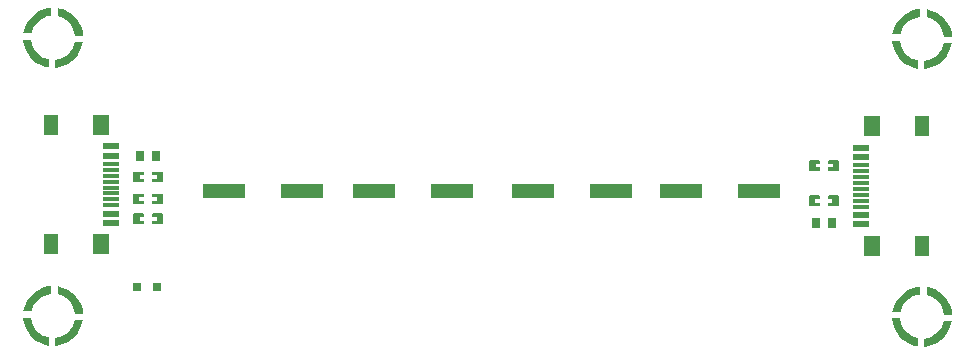
<source format=gtp>
G04*
G04 #@! TF.GenerationSoftware,Altium Limited,Altium Designer,19.0.4 (130)*
G04*
G04 Layer_Color=8421504*
%FSLAX24Y24*%
%MOIN*%
G70*
G01*
G75*
%ADD14R,0.0571X0.0236*%
%ADD15R,0.0571X0.0118*%
%ADD16R,0.0571X0.0709*%
%ADD17R,0.0472X0.0709*%
%ADD18R,0.0315X0.0315*%
%ADD19R,0.0315X0.0354*%
%ADD20R,0.1421X0.0496*%
G36*
X34433Y46420D02*
X34289Y46395D01*
X34189Y46358D01*
X34052Y46279D01*
X33938Y46172D01*
X33833Y46017D01*
X33772Y45837D01*
X33504Y45835D01*
X33521Y45920D01*
X33550Y46022D01*
X33582Y46099D01*
X33618Y46171D01*
X33667Y46249D01*
X33716Y46318D01*
X33779Y46386D01*
X33850Y46451D01*
X33922Y46506D01*
X34013Y46563D01*
X34091Y46601D01*
X34175Y46633D01*
X34289Y46667D01*
X34400Y46683D01*
X34434D01*
X34433Y46420D01*
D02*
G37*
G36*
X63399Y46384D02*
X63255Y46359D01*
X63155Y46322D01*
X63018Y46243D01*
X62904Y46136D01*
X62799Y45981D01*
X62738Y45800D01*
X62470Y45799D01*
X62486Y45883D01*
X62515Y45986D01*
X62548Y46062D01*
X62583Y46134D01*
X62632Y46212D01*
X62682Y46282D01*
X62745Y46350D01*
X62815Y46414D01*
X62888Y46470D01*
X62979Y46527D01*
X63057Y46565D01*
X63141Y46597D01*
X63255Y46631D01*
X63366Y46647D01*
X63400D01*
X63399Y46384D01*
D02*
G37*
G36*
X34727Y46658D02*
X34829Y46629D01*
X34906Y46596D01*
X34978Y46561D01*
X35056Y46512D01*
X35125Y46462D01*
X35193Y46399D01*
X35258Y46329D01*
X35313Y46256D01*
X35370Y46165D01*
X35408Y46087D01*
X35440Y46003D01*
X35474Y45889D01*
X35490Y45778D01*
Y45744D01*
X35227Y45745D01*
X35202Y45889D01*
X35165Y45989D01*
X35086Y46126D01*
X34979Y46240D01*
X34824Y46345D01*
X34644Y46406D01*
X34642Y46674D01*
X34727Y46658D01*
D02*
G37*
G36*
X63693Y46621D02*
X63795Y46592D01*
X63872Y46560D01*
X63944Y46524D01*
X64022Y46475D01*
X64091Y46426D01*
X64159Y46363D01*
X64224Y46292D01*
X64279Y46220D01*
X64336Y46129D01*
X64374Y46051D01*
X64406Y45967D01*
X64440Y45853D01*
X64456Y45742D01*
Y45708D01*
X64193Y45709D01*
X64168Y45853D01*
X64131Y45953D01*
X64052Y46090D01*
X63945Y46204D01*
X63790Y46309D01*
X63610Y46369D01*
X63608Y46638D01*
X63693Y46621D01*
D02*
G37*
G36*
X33758Y45626D02*
X33783Y45482D01*
X33820Y45382D01*
X33899Y45245D01*
X34006Y45131D01*
X34161Y45026D01*
X34342Y44965D01*
X34343Y44697D01*
X34259Y44714D01*
X34156Y44743D01*
X34080Y44775D01*
X34008Y44811D01*
X33930Y44860D01*
X33860Y44909D01*
X33792Y44972D01*
X33728Y45043D01*
X33672Y45115D01*
X33615Y45206D01*
X33577Y45284D01*
X33545Y45368D01*
X33511Y45482D01*
X33495Y45593D01*
Y45627D01*
X33758Y45626D01*
D02*
G37*
G36*
X35465Y45452D02*
X35436Y45349D01*
X35403Y45273D01*
X35368Y45201D01*
X35319Y45123D01*
X35269Y45053D01*
X35206Y44985D01*
X35136Y44921D01*
X35063Y44865D01*
X34972Y44808D01*
X34894Y44770D01*
X34810Y44738D01*
X34696Y44704D01*
X34585Y44688D01*
X34551D01*
X34552Y44951D01*
X34696Y44976D01*
X34796Y45013D01*
X34933Y45092D01*
X35047Y45199D01*
X35152Y45354D01*
X35213Y45535D01*
X35481Y45536D01*
X35465Y45452D01*
D02*
G37*
G36*
X62724Y45589D02*
X62749Y45445D01*
X62786Y45345D01*
X62865Y45208D01*
X62972Y45094D01*
X63127Y44989D01*
X63307Y44929D01*
X63309Y44660D01*
X63224Y44677D01*
X63122Y44706D01*
X63045Y44738D01*
X62973Y44774D01*
X62895Y44823D01*
X62826Y44872D01*
X62758Y44935D01*
X62693Y45006D01*
X62638Y45078D01*
X62581Y45169D01*
X62543Y45247D01*
X62511Y45331D01*
X62477Y45445D01*
X62461Y45556D01*
Y45590D01*
X62724Y45589D01*
D02*
G37*
G36*
X64431Y45415D02*
X64402Y45312D01*
X64369Y45236D01*
X64334Y45164D01*
X64285Y45086D01*
X64235Y45016D01*
X64172Y44948D01*
X64102Y44884D01*
X64029Y44828D01*
X63938Y44771D01*
X63860Y44733D01*
X63776Y44701D01*
X63662Y44667D01*
X63551Y44651D01*
X63517D01*
X63518Y44914D01*
X63662Y44939D01*
X63762Y44976D01*
X63899Y45055D01*
X64013Y45162D01*
X64118Y45317D01*
X64179Y45498D01*
X64447Y45499D01*
X64431Y45415D01*
D02*
G37*
G36*
X60677Y41589D02*
Y41274D01*
X60657Y41254D01*
X60346D01*
X60326Y41274D01*
Y41364D01*
X60476D01*
Y41494D01*
X60326D01*
Y41589D01*
X60346Y41609D01*
X60657D01*
X60677Y41589D01*
D02*
G37*
G36*
X60051D02*
Y41494D01*
X59905D01*
Y41364D01*
X60051D01*
Y41274D01*
X60031Y41254D01*
X59716D01*
X59696Y41274D01*
Y41589D01*
X59716Y41609D01*
X60031D01*
X60051Y41589D01*
D02*
G37*
G36*
X38147Y41205D02*
Y40890D01*
X38127Y40870D01*
X37816D01*
X37796Y40890D01*
Y40980D01*
X37946D01*
Y41109D01*
X37796D01*
Y41205D01*
X37816Y41224D01*
X38127D01*
X38147Y41205D01*
D02*
G37*
G36*
X37521D02*
Y41109D01*
X37375D01*
Y40980D01*
X37521D01*
Y40890D01*
X37501Y40870D01*
X37186D01*
X37166Y40890D01*
Y41205D01*
X37186Y41224D01*
X37501D01*
X37521Y41205D01*
D02*
G37*
G36*
X38147Y40465D02*
Y40150D01*
X38127Y40130D01*
X37812D01*
X37792Y40150D01*
Y40245D01*
X37938D01*
Y40375D01*
X37792D01*
Y40465D01*
X37812Y40484D01*
X38127D01*
X38147Y40465D01*
D02*
G37*
G36*
X37517D02*
Y40375D01*
X37367D01*
Y40245D01*
X37517D01*
Y40150D01*
X37497Y40130D01*
X37186D01*
X37166Y40150D01*
Y40465D01*
X37186Y40484D01*
X37497D01*
X37517Y40465D01*
D02*
G37*
G36*
X60677Y40409D02*
Y40094D01*
X60657Y40075D01*
X60342D01*
X60322Y40094D01*
Y40190D01*
X60468D01*
Y40320D01*
X60322D01*
Y40409D01*
X60342Y40429D01*
X60657D01*
X60677Y40409D01*
D02*
G37*
G36*
X60047D02*
Y40320D01*
X59897D01*
Y40190D01*
X60047D01*
Y40094D01*
X60027Y40075D01*
X59716D01*
X59696Y40094D01*
Y40409D01*
X59716Y40429D01*
X60027D01*
X60047Y40409D01*
D02*
G37*
G36*
X38147Y39811D02*
Y39496D01*
X38127Y39476D01*
X37816D01*
X37796Y39496D01*
Y39586D01*
X37946D01*
Y39716D01*
X37796D01*
Y39811D01*
X37816Y39831D01*
X38127D01*
X38147Y39811D01*
D02*
G37*
G36*
X37521D02*
Y39716D01*
X37375D01*
Y39586D01*
X37521D01*
Y39496D01*
X37501Y39476D01*
X37186D01*
X37166Y39496D01*
Y39811D01*
X37186Y39831D01*
X37501D01*
X37521Y39811D01*
D02*
G37*
G36*
X34433Y37150D02*
X34289Y37125D01*
X34189Y37088D01*
X34052Y37009D01*
X33938Y36902D01*
X33833Y36747D01*
X33772Y36566D01*
X33504Y36565D01*
X33521Y36649D01*
X33550Y36752D01*
X33582Y36828D01*
X33618Y36900D01*
X33667Y36978D01*
X33716Y37048D01*
X33779Y37116D01*
X33850Y37180D01*
X33922Y37236D01*
X34013Y37293D01*
X34091Y37331D01*
X34175Y37363D01*
X34289Y37397D01*
X34400Y37413D01*
X34434D01*
X34433Y37150D01*
D02*
G37*
G36*
X63399Y37126D02*
X63255Y37101D01*
X63155Y37064D01*
X63018Y36985D01*
X62904Y36878D01*
X62799Y36723D01*
X62738Y36543D01*
X62470Y36541D01*
X62486Y36626D01*
X62515Y36728D01*
X62548Y36805D01*
X62583Y36877D01*
X62632Y36955D01*
X62682Y37024D01*
X62745Y37092D01*
X62815Y37157D01*
X62888Y37212D01*
X62979Y37269D01*
X63057Y37307D01*
X63141Y37339D01*
X63255Y37373D01*
X63366Y37389D01*
X63400D01*
X63399Y37126D01*
D02*
G37*
G36*
X34727Y37387D02*
X34829Y37358D01*
X34906Y37326D01*
X34978Y37290D01*
X35056Y37241D01*
X35125Y37192D01*
X35193Y37129D01*
X35258Y37058D01*
X35313Y36986D01*
X35370Y36895D01*
X35408Y36817D01*
X35440Y36733D01*
X35474Y36619D01*
X35490Y36508D01*
Y36474D01*
X35227Y36475D01*
X35202Y36619D01*
X35165Y36719D01*
X35086Y36856D01*
X34979Y36970D01*
X34824Y37075D01*
X34644Y37136D01*
X34642Y37404D01*
X34727Y37387D01*
D02*
G37*
G36*
X63693Y37364D02*
X63795Y37335D01*
X63872Y37302D01*
X63944Y37267D01*
X64022Y37218D01*
X64091Y37168D01*
X64159Y37105D01*
X64224Y37035D01*
X64279Y36962D01*
X64336Y36871D01*
X64374Y36793D01*
X64406Y36709D01*
X64440Y36595D01*
X64456Y36484D01*
Y36450D01*
X64193Y36451D01*
X64168Y36595D01*
X64131Y36695D01*
X64052Y36832D01*
X63945Y36946D01*
X63790Y37051D01*
X63610Y37112D01*
X63608Y37380D01*
X63693Y37364D01*
D02*
G37*
G36*
X33758Y36356D02*
X33783Y36212D01*
X33820Y36112D01*
X33899Y35975D01*
X34006Y35861D01*
X34161Y35756D01*
X34342Y35695D01*
X34343Y35427D01*
X34259Y35443D01*
X34156Y35472D01*
X34080Y35505D01*
X34008Y35540D01*
X33930Y35589D01*
X33860Y35639D01*
X33792Y35702D01*
X33728Y35772D01*
X33672Y35845D01*
X33615Y35936D01*
X33577Y36014D01*
X33545Y36098D01*
X33511Y36212D01*
X33495Y36323D01*
Y36357D01*
X33758Y36356D01*
D02*
G37*
G36*
X35465Y36181D02*
X35436Y36079D01*
X35403Y36002D01*
X35368Y35930D01*
X35319Y35852D01*
X35269Y35783D01*
X35206Y35715D01*
X35136Y35650D01*
X35063Y35595D01*
X34972Y35538D01*
X34894Y35500D01*
X34810Y35468D01*
X34696Y35434D01*
X34585Y35418D01*
X34551D01*
X34552Y35681D01*
X34696Y35706D01*
X34796Y35743D01*
X34933Y35822D01*
X35047Y35929D01*
X35152Y36084D01*
X35213Y36264D01*
X35481Y36266D01*
X35465Y36181D01*
D02*
G37*
G36*
X62724Y36332D02*
X62749Y36188D01*
X62786Y36088D01*
X62865Y35951D01*
X62972Y35837D01*
X63127Y35732D01*
X63307Y35671D01*
X63309Y35403D01*
X63224Y35420D01*
X63122Y35449D01*
X63045Y35481D01*
X62973Y35517D01*
X62895Y35566D01*
X62826Y35615D01*
X62758Y35678D01*
X62693Y35749D01*
X62638Y35821D01*
X62581Y35912D01*
X62543Y35990D01*
X62511Y36074D01*
X62477Y36188D01*
X62461Y36299D01*
Y36333D01*
X62724Y36332D01*
D02*
G37*
G36*
X64431Y36158D02*
X64402Y36055D01*
X64369Y35979D01*
X64334Y35907D01*
X64285Y35829D01*
X64235Y35759D01*
X64172Y35691D01*
X64102Y35627D01*
X64029Y35571D01*
X63938Y35514D01*
X63860Y35476D01*
X63776Y35444D01*
X63662Y35410D01*
X63551Y35394D01*
X63517D01*
X63518Y35657D01*
X63662Y35682D01*
X63762Y35719D01*
X63899Y35798D01*
X64013Y35905D01*
X64118Y36060D01*
X64179Y36241D01*
X64447Y36242D01*
X64431Y36158D01*
D02*
G37*
D14*
X61434Y39463D02*
D03*
Y42022D02*
D03*
Y39778D02*
D03*
Y41707D02*
D03*
X36431Y42071D02*
D03*
Y39512D02*
D03*
Y41756D02*
D03*
Y39827D02*
D03*
D15*
X61434Y40054D02*
D03*
Y40250D02*
D03*
Y40447D02*
D03*
Y40644D02*
D03*
Y40841D02*
D03*
Y41038D02*
D03*
Y41235D02*
D03*
Y41432D02*
D03*
X36431Y41481D02*
D03*
Y41284D02*
D03*
Y41087D02*
D03*
Y40890D02*
D03*
Y40693D02*
D03*
Y40496D02*
D03*
Y40300D02*
D03*
Y40103D02*
D03*
D16*
X61795Y38746D02*
D03*
Y42739D02*
D03*
X36071Y42788D02*
D03*
Y38796D02*
D03*
D17*
X63440Y38746D02*
D03*
Y42739D02*
D03*
X34425Y42788D02*
D03*
Y38796D02*
D03*
D18*
X37954Y37386D02*
D03*
X37284D02*
D03*
D19*
X60459Y39512D02*
D03*
X59908D02*
D03*
X37378Y41756D02*
D03*
X37929D02*
D03*
D20*
X55431Y40592D02*
D03*
X58026D02*
D03*
X53076Y40592D02*
D03*
X50481D02*
D03*
X45181Y40592D02*
D03*
X47776D02*
D03*
X42776Y40592D02*
D03*
X40181D02*
D03*
M02*

</source>
